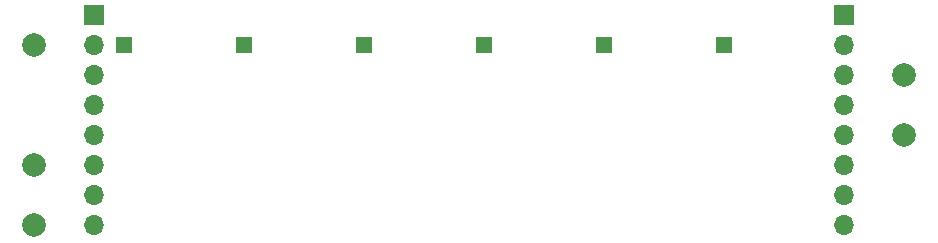
<source format=gbs>
G04 #@! TF.GenerationSoftware,KiCad,Pcbnew,6.0.8-f2edbf62ab~116~ubuntu20.04.1*
G04 #@! TF.CreationDate,2022-10-06T15:54:14+01:00*
G04 #@! TF.ProjectId,slrm,736c726d-2e6b-4696-9361-645f70636258,rev?*
G04 #@! TF.SameCoordinates,Original*
G04 #@! TF.FileFunction,Soldermask,Bot*
G04 #@! TF.FilePolarity,Negative*
%FSLAX46Y46*%
G04 Gerber Fmt 4.6, Leading zero omitted, Abs format (unit mm)*
G04 Created by KiCad (PCBNEW 6.0.8-f2edbf62ab~116~ubuntu20.04.1) date 2022-10-06 15:54:14*
%MOMM*%
%LPD*%
G01*
G04 APERTURE LIST*
%ADD10C,2.000000*%
%ADD11R,1.350000X1.350000*%
%ADD12R,1.700000X1.700000*%
%ADD13O,1.700000X1.700000*%
G04 APERTURE END LIST*
D10*
G04 #@! TO.C,GND*
X114300000Y-99060000D03*
G04 #@! TD*
G04 #@! TO.C,RAS*
X187960000Y-96520000D03*
G04 #@! TD*
G04 #@! TO.C,WR*
X187960000Y-91440000D03*
G04 #@! TD*
G04 #@! TO.C,+5V*
X114300000Y-104140000D03*
G04 #@! TD*
G04 #@! TO.C,CAS*
X114300000Y-88900000D03*
G04 #@! TD*
D11*
G04 #@! TO.C,D6*
X121920000Y-88900000D03*
G04 #@! TD*
G04 #@! TO.C,D2*
X162560000Y-88900000D03*
G04 #@! TD*
G04 #@! TO.C,D4*
X142240000Y-88900000D03*
G04 #@! TD*
D12*
G04 #@! TO.C,J1*
X119380000Y-86360000D03*
D13*
X119380000Y-88900000D03*
X119380000Y-91440000D03*
X119380000Y-93980000D03*
X119380000Y-96520000D03*
X119380000Y-99060000D03*
X119380000Y-101600000D03*
X119380000Y-104140000D03*
G04 #@! TD*
D12*
G04 #@! TO.C,J8*
X182880000Y-86360000D03*
D13*
X182880000Y-88900000D03*
X182880000Y-91440000D03*
X182880000Y-93980000D03*
X182880000Y-96520000D03*
X182880000Y-99060000D03*
X182880000Y-101600000D03*
X182880000Y-104140000D03*
G04 #@! TD*
D11*
G04 #@! TO.C,D5*
X132080000Y-88900000D03*
G04 #@! TD*
G04 #@! TO.C,D1*
X172720000Y-88900000D03*
G04 #@! TD*
G04 #@! TO.C,D3*
X152400000Y-88900000D03*
G04 #@! TD*
M02*

</source>
